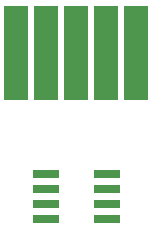
<source format=gbr>
G04 EAGLE Gerber RS-274X export*
G75*
%MOMM*%
%FSLAX34Y34*%
%LPD*%
%INSoldermask Top*%
%IPPOS*%
%AMOC8*
5,1,8,0,0,1.08239X$1,22.5*%
G01*
%ADD10R,2.320000X0.720000*%
%ADD11R,2.133600X7.975600*%


D10*
X112360Y52070D03*
X60360Y52070D03*
X112360Y39370D03*
X112360Y64770D03*
X112360Y77470D03*
X60360Y39370D03*
X60360Y64770D03*
X60360Y77470D03*
D11*
X137160Y180340D03*
X111760Y180340D03*
X86360Y180340D03*
X60960Y180340D03*
X35560Y180340D03*
M02*

</source>
